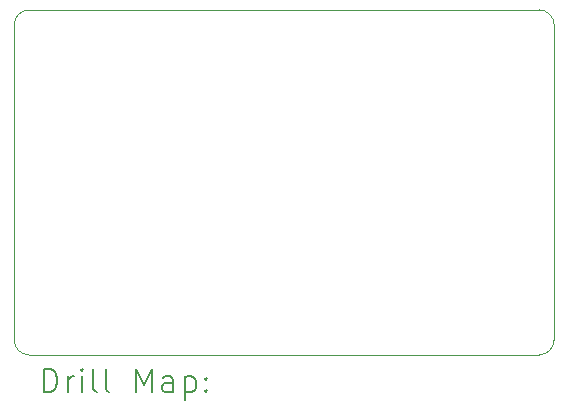
<source format=gbr>
%FSLAX45Y45*%
G04 Gerber Fmt 4.5, Leading zero omitted, Abs format (unit mm)*
G04 Created by KiCad (PCBNEW (6.0.5)) date 2022-06-14 20:53:04*
%MOMM*%
%LPD*%
G01*
G04 APERTURE LIST*
%TA.AperFunction,Profile*%
%ADD10C,0.100000*%
%TD*%
%ADD11C,0.200000*%
G04 APERTURE END LIST*
D10*
X7366000Y-2667000D02*
G75*
G03*
X7239000Y-2540000I-127000J0D01*
G01*
X7239000Y-2540000D02*
X2921000Y-2540000D01*
X7239000Y-5461000D02*
G75*
G03*
X7366000Y-5334000I0J127000D01*
G01*
X2794000Y-5334000D02*
G75*
G03*
X2921000Y-5461000I127000J0D01*
G01*
X2921000Y-5461000D02*
X7239000Y-5461000D01*
X2921000Y-2540000D02*
G75*
G03*
X2794000Y-2667000I0J-127000D01*
G01*
X7366000Y-5334000D02*
X7366000Y-2667000D01*
X2794000Y-2667000D02*
X2794000Y-5334000D01*
D11*
X3046619Y-5776476D02*
X3046619Y-5576476D01*
X3094238Y-5576476D01*
X3122809Y-5586000D01*
X3141857Y-5605048D01*
X3151381Y-5624095D01*
X3160905Y-5662190D01*
X3160905Y-5690762D01*
X3151381Y-5728857D01*
X3141857Y-5747905D01*
X3122809Y-5766952D01*
X3094238Y-5776476D01*
X3046619Y-5776476D01*
X3246619Y-5776476D02*
X3246619Y-5643143D01*
X3246619Y-5681238D02*
X3256143Y-5662190D01*
X3265667Y-5652667D01*
X3284714Y-5643143D01*
X3303762Y-5643143D01*
X3370428Y-5776476D02*
X3370428Y-5643143D01*
X3370428Y-5576476D02*
X3360905Y-5586000D01*
X3370428Y-5595524D01*
X3379952Y-5586000D01*
X3370428Y-5576476D01*
X3370428Y-5595524D01*
X3494238Y-5776476D02*
X3475190Y-5766952D01*
X3465667Y-5747905D01*
X3465667Y-5576476D01*
X3599000Y-5776476D02*
X3579952Y-5766952D01*
X3570428Y-5747905D01*
X3570428Y-5576476D01*
X3827571Y-5776476D02*
X3827571Y-5576476D01*
X3894238Y-5719333D01*
X3960905Y-5576476D01*
X3960905Y-5776476D01*
X4141857Y-5776476D02*
X4141857Y-5671714D01*
X4132333Y-5652667D01*
X4113286Y-5643143D01*
X4075190Y-5643143D01*
X4056143Y-5652667D01*
X4141857Y-5766952D02*
X4122809Y-5776476D01*
X4075190Y-5776476D01*
X4056143Y-5766952D01*
X4046619Y-5747905D01*
X4046619Y-5728857D01*
X4056143Y-5709809D01*
X4075190Y-5700286D01*
X4122809Y-5700286D01*
X4141857Y-5690762D01*
X4237095Y-5643143D02*
X4237095Y-5843143D01*
X4237095Y-5652667D02*
X4256143Y-5643143D01*
X4294238Y-5643143D01*
X4313286Y-5652667D01*
X4322810Y-5662190D01*
X4332333Y-5681238D01*
X4332333Y-5738381D01*
X4322810Y-5757428D01*
X4313286Y-5766952D01*
X4294238Y-5776476D01*
X4256143Y-5776476D01*
X4237095Y-5766952D01*
X4418048Y-5757428D02*
X4427571Y-5766952D01*
X4418048Y-5776476D01*
X4408524Y-5766952D01*
X4418048Y-5757428D01*
X4418048Y-5776476D01*
X4418048Y-5652667D02*
X4427571Y-5662190D01*
X4418048Y-5671714D01*
X4408524Y-5662190D01*
X4418048Y-5652667D01*
X4418048Y-5671714D01*
M02*

</source>
